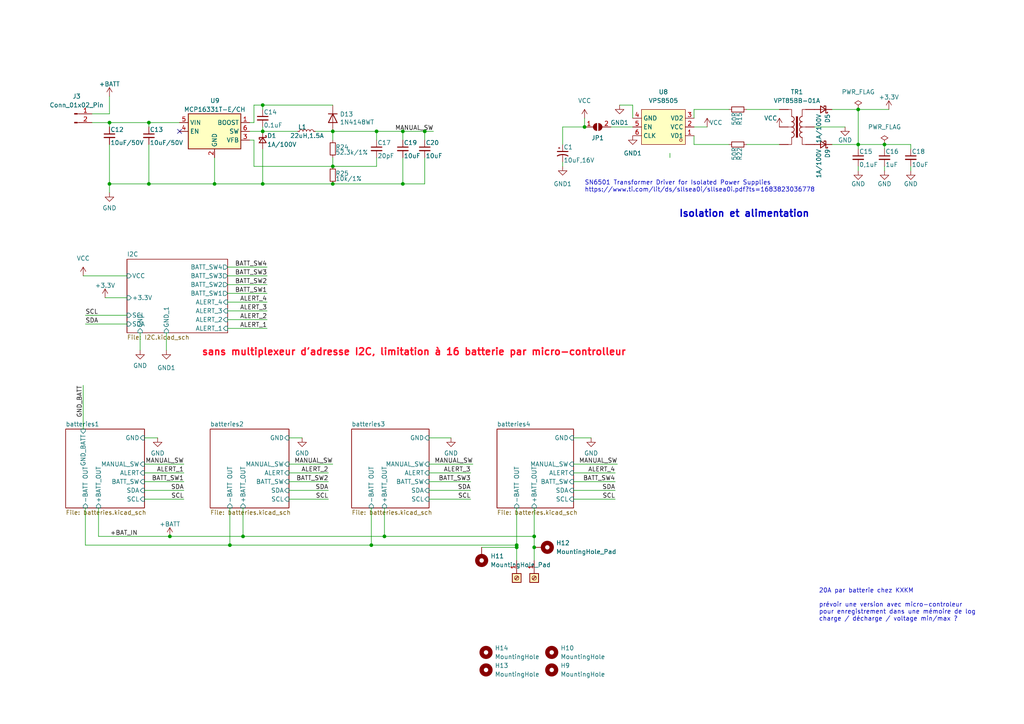
<source format=kicad_sch>
(kicad_sch (version 20231120) (generator "eeschema") (generator_version "8.0")
  (paper "A4")
  (lib_symbols
    (symbol "Connector:Conn_01x02_Pin" (pin_names (offset 1.016) hide)
      (property "Reference" "J" (at 0 2.54 0))
      (property "Value" "Conn_01x02_Pin" (at 0 -5.08 0))
      (symbol "Conn_01x02_Pin_1_1"
        (polyline (pts (xy 1.27 -2.54) (xy 0.8636 -2.54)) (stroke (width 0.1524)))
        (polyline (pts (xy 1.27 0) (xy 0.8636 0)) (stroke (width 0.1524)))
        (rectangle (start 0.8636 -2.413) (end 0 -2.667) (stroke (width 0.1524)) (fill (type outline)))
        (rectangle (start 0.8636 0.127) (end 0 -0.127) (stroke (width 0.1524)) (fill (type outline)))
        (pin passive line (at 5.08 0 180) (length 3.81) (name "Pin_1") (number "1"))
        (pin passive line (at 5.08 -2.54 180) (length 3.81) (name "Pin_2") (number "2"))
      )
    )
    (symbol "Connector:Screw_Terminal_01x01" (pin_names (offset 1.016) hide)
      (property "Reference" "J" (at 0 2.54 0))
      (property "Value" "Screw_Terminal_01x01" (at 0 -2.54 0))
      (symbol "Screw_Terminal_01x01_1_1"
        (rectangle (start -1.27 1.27) (end 1.27 -1.27) (stroke (width 0.254)) (fill (type background)))
        (polyline (pts (xy -0.5334 0.3302) (xy 0.3302 -0.508)) (stroke (width 0.1524)))
        (polyline (pts (xy -0.3556 0.508) (xy 0.508 -0.3302)) (stroke (width 0.1524)))
        (circle (center 0 0) (radius 0.635) (stroke (width 0.1524)))
        (pin passive line (at -5.08 0 0) (length 3.81) (name "Pin_1") (number "1"))
      )
    )
    (symbol "Device:C_Small" (pin_numbers hide) (pin_names (offset 0.254) hide)
      (property "Reference" "C" (at 0.254 1.778 0))
      (property "Value" "C_Small" (at 0.254 -2.032 0))
      (symbol "C_Small_0_1"
        (polyline (pts (xy -1.524 -0.508) (xy 1.524 -0.508)) (stroke (width 0.3302)))
        (polyline (pts (xy -1.524 0.508) (xy 1.524 0.508)) (stroke (width 0.3048)))
      )
      (symbol "C_Small_1_1"
        (pin passive line (at 0 2.54 270) (length 2.032) (name "~") (number "1"))
        (pin passive line (at 0 -2.54 90) (length 2.032) (name "~") (number "2"))
      )
    )
    (symbol "Device:D_Schottky_Small" (pin_numbers hide) (pin_names (offset 0.254) hide)
      (property "Reference" "D" (at -1.27 2.032 0))
      (property "Value" "Device_D_Schottky_Small" (at -7.112 -2.032 0))
      (symbol "D_Schottky_Small_0_1"
        (polyline (pts (xy -0.762 0) (xy 0.762 0)))
        (polyline (pts (xy 0.762 -1.016) (xy -0.762 0) (xy 0.762 1.016) (xy 0.762 -1.016)) (stroke (width 0.254)))
        (polyline (pts (xy -1.27 0.762) (xy -1.27 1.016) (xy -0.762 1.016) (xy -0.762 -1.016) (xy -0.254 -1.016) (xy -0.254 -0.762)) (stroke (width 0.254)))
      )
      (symbol "D_Schottky_Small_1_1"
        (pin passive line (at -2.54 0 0) (length 1.778) (name "K") (number "1"))
        (pin passive line (at 2.54 0 180) (length 1.778) (name "A") (number "2"))
      )
    )
    (symbol "Device:L_Small" (pin_numbers hide) (pin_names (offset 0.254) hide)
      (property "Reference" "L" (at 0.762 1.016 0))
      (property "Value" "Device_L_Small" (at 0.762 -1.016 0))
      (symbol "L_Small_0_1"
        (arc (start 0 -2.032) (mid 0.5058 -1.524) (end 0 -1.016))
        (arc (start 0 -1.016) (mid 0.5058 -0.508) (end 0 0))
        (arc (start 0 0) (mid 0.5058 0.508) (end 0 1.016))
        (arc (start 0 1.016) (mid 0.5058 1.524) (end 0 2.032))
      )
      (symbol "L_Small_1_1"
        (pin passive line (at 0 2.54 270) (length 0.508) (name "~") (number "1"))
        (pin passive line (at 0 -2.54 90) (length 0.508) (name "~") (number "2"))
      )
    )
    (symbol "Device:R_Small" (pin_numbers hide) (pin_names (offset 0.254) hide)
      (property "Reference" "R" (at 0.762 0.508 0))
      (property "Value" "R_Small" (at 0.762 -1.016 0))
      (symbol "R_Small_0_1"
        (rectangle (start -0.762 1.778) (end 0.762 -1.778) (stroke (width 0.2032)))
      )
      (symbol "R_Small_1_1"
        (pin passive line (at 0 2.54 270) (length 0.762) (name "~") (number "1"))
        (pin passive line (at 0 -2.54 90) (length 0.762) (name "~") (number "2"))
      )
    )
    (symbol "Diode:1N4148WT" (pin_numbers hide) (pin_names (offset 1.016) hide)
      (property "Reference" "D" (at 0 2.54 0))
      (property "Value" "Diode_1N4148WT" (at 0 -2.54 0))
      (symbol "1N4148WT_0_1"
        (polyline (pts (xy -1.27 1.27) (xy -1.27 -1.27)) (stroke (width 0.254)))
        (polyline (pts (xy 1.27 0) (xy -1.27 0)))
        (polyline (pts (xy 1.27 1.27) (xy 1.27 -1.27) (xy -1.27 0) (xy 1.27 1.27)) (stroke (width 0.254)))
      )
      (symbol "1N4148WT_1_1"
        (pin passive line (at -3.81 0 0) (length 2.54) (name "K") (number "1"))
        (pin passive line (at 3.81 0 180) (length 2.54) (name "A") (number "2"))
      )
    )
    (symbol "Jumper:SolderJumper_2_Open" (pin_names (offset 0) hide)
      (property "Reference" "JP" (at 0 2.032 0))
      (property "Value" "SolderJumper_2_Open" (at 0 -2.54 0))
      (symbol "SolderJumper_2_Open_0_1"
        (arc (start -0.254 1.016) (mid -1.2656 0) (end -0.254 -1.016))
        (arc (start -0.254 1.016) (mid -1.2656 0) (end -0.254 -1.016) (fill (type outline)))
        (polyline (pts (xy -0.254 1.016) (xy -0.254 -1.016)))
        (polyline (pts (xy 0.254 1.016) (xy 0.254 -1.016)))
        (arc (start 0.254 -1.016) (mid 1.2656 0) (end 0.254 1.016))
        (arc (start 0.254 -1.016) (mid 1.2656 0) (end 0.254 1.016) (fill (type outline)))
      )
      (symbol "SolderJumper_2_Open_1_1"
        (pin passive line (at -3.81 0 0) (length 2.54) (name "A") (number "1"))
        (pin passive line (at 3.81 0 180) (length 2.54) (name "B") (number "2"))
      )
    )
    (symbol "KXKM_ESP32_battery_management_board-rescue:CP1_Small-Device" (pin_numbers hide) (pin_names (offset 0.254) hide)
      (property "Reference" "C" (at 0.254 1.778 0))
      (property "Value" "CP1_Small-Device" (at 0.254 -2.032 0))
      (symbol "CP1_Small-Device_0_1"
        (polyline (pts (xy -1.524 0.508) (xy 1.524 0.508)) (stroke (width 0.3048)))
        (polyline (pts (xy -1.27 1.524) (xy -0.762 1.524)))
        (polyline (pts (xy -1.016 1.27) (xy -1.016 1.778)))
        (arc (start 1.524 -0.762) (mid 0 -0.3734) (end -1.524 -0.762) (stroke (width 0.3048)))
      )
      (symbol "CP1_Small-Device_1_1"
        (pin passive line (at 0 2.54 270) (length 2.032) (name "~") (number "1"))
        (pin passive line (at 0 -2.54 90) (length 2.032) (name "~") (number "2"))
      )
    )
    (symbol "Mechanical:MountingHole" (pin_names (offset 1.016)) (exclude_from_sim yes) (in_bom no)
      (property "Reference" "H" (at 0 5.08 0))
      (property "Value" "MountingHole" (at 0 3.175 0))
      (symbol "MountingHole_0_1"
        (circle (center 0 0) (radius 1.27) (stroke (width 1.27)))
      )
    )
    (symbol "Mechanical:MountingHole_Pad" (pin_numbers hide) (pin_names (offset 1.016) hide) (exclude_from_sim yes) (in_bom no)
      (property "Reference" "H" (at 0 6.35 0))
      (property "Value" "MountingHole_Pad" (at 0 4.445 0))
      (symbol "MountingHole_Pad_0_1"
        (circle (center 0 1.27) (radius 1.27) (stroke (width 1.27)))
      )
      (symbol "MountingHole_Pad_1_1"
        (pin input line (at 0 -2.54 90) (length 2.54) (name "1") (number "1"))
      )
    )
    (symbol "Regulator_Switching:MCP16331CH"
      (property "Reference" "U" (at -7.874 6.35 0))
      (property "Value" "Regulator_Switching_MCP16331CH" (at -2.54 6.35 0))
      (symbol "MCP16331CH_0_1"
        (rectangle (start -7.62 5.08) (end 7.62 -5.08) (stroke (width 0.254)) (fill (type background)))
      )
      (symbol "MCP16331CH_1_1"
        (pin input line (at 10.16 2.54 180) (length 2.54) (name "BOOST") (number "1"))
        (pin power_in line (at 0 -7.62 90) (length 2.54) (name "GND") (number "2"))
        (pin input line (at 10.16 -2.54 180) (length 2.54) (name "VFB") (number "3"))
        (pin input line (at -10.16 0 0) (length 2.54) (name "EN") (number "4"))
        (pin power_in line (at -10.16 2.54 0) (length 2.54) (name "VIN") (number "5"))
        (pin output line (at 10.16 0 180) (length 2.54) (name "SW") (number "6"))
      )
    )
    (symbol "Transformer:TRANSF5" (pin_numbers hide) (pin_names (offset 0))
      (property "Reference" "TR" (at 0 6.35 0))
      (property "Value" "TRANSF5" (at 0 -6.35 0))
      (symbol "TRANSF5_0_1"
        (arc (start -1.524 -3.048) (mid -0.7653 -2.286) (end -1.524 -1.524) (stroke (width 0.2032)))
        (arc (start -1.524 -1.524) (mid -0.7653 -0.762) (end -1.524 0) (stroke (width 0.2032)))
        (arc (start -1.524 0) (mid -0.7653 0.762) (end -1.524 1.524) (stroke (width 0.2032)))
        (arc (start -1.524 1.524) (mid -0.7653 2.286) (end -1.524 3.048) (stroke (width 0.2032)))
        (rectangle (start -0.254 3.048) (end 0.254 -3.048) (stroke (width 0.0254)) (fill (type outline)))
        (polyline (pts (xy -1.524 0) (xy -2.54 0) (xy -2.54 0)) (fill (type outline)))
        (polyline (pts (xy 1.524 0) (xy 2.54 0) (xy 2.54 0)) (fill (type outline)))
        (polyline (pts (xy -2.54 5.08) (xy -1.524 5.08) (xy -1.524 3.048) (xy -1.524 3.048)) (stroke (width 0.1524)))
        (polyline (pts (xy -1.524 -3.048) (xy -1.524 -5.08) (xy -2.54 -5.08) (xy -2.54 -5.08)) (stroke (width 0.1524)))
        (polyline (pts (xy 1.524 3.048) (xy 1.524 5.08) (xy 2.54 5.08) (xy 2.54 5.08)) (stroke (width 0.1524)))
        (polyline (pts (xy 2.54 -5.08) (xy 1.524 -5.08) (xy 1.524 -3.048) (xy 1.524 -3.048)) (stroke (width 0.1524)))
        (arc (start 1.524 -1.524) (mid 0.7653 -2.286) (end 1.524 -3.048) (stroke (width 0.2032)))
        (arc (start 1.524 0) (mid 0.7653 -0.762) (end 1.524 -1.524) (stroke (width 0.2032)))
        (arc (start 1.524 1.524) (mid 0.7653 0.762) (end 1.524 0) (stroke (width 0.2032)))
        (arc (start 1.524 3.048) (mid 0.7653 2.286) (end 1.524 1.524) (stroke (width 0.2032)))
      )
      (symbol "TRANSF5_1_1"
        (pin passive line (at -5.08 5.08 0) (length 2.54) (name "~") (number "1"))
        (pin passive line (at -5.08 0 0) (length 2.54) (name "~") (number "2"))
        (pin passive line (at -5.08 -5.08 0) (length 2.54) (name "~") (number "3"))
        (pin passive line (at 5.08 -5.08 180) (length 2.54) (name "~") (number "4"))
        (pin passive line (at 5.08 0 180) (length 2.54) (name "~") (number "5"))
        (pin passive line (at 5.08 5.08 180) (length 2.54) (name "~") (number "6"))
      )
    )
    (symbol "easyeda2kicad:VPS8505"
      (property "Reference" "U" (at 0 7.62 0))
      (property "Value" "VPS8505" (at 0 -7.62 0))
      (symbol "VPS8505_0_1"
        (rectangle (start -6.35 5.08) (end 6.35 -5.08) (fill (type background)))
        (circle (center -5.08 3.81) (radius 0.38))
        (pin unspecified line (at -8.89 2.54 0) (length 2.54) (name "VD1") (number "1"))
        (pin unspecified line (at -8.89 0 0) (length 2.54) (name "VCC") (number "2"))
        (pin unspecified line (at -8.89 -2.54 0) (length 2.54) (name "VD2") (number "3"))
        (pin unspecified line (at 8.89 -2.54 180) (length 2.54) (name "GND") (number "4"))
        (pin unspecified line (at 8.89 0 180) (length 2.54) (name "EN") (number "5"))
        (pin unspecified line (at 8.89 2.54 180) (length 2.54) (name "CLK") (number "6"))
      )
    )
    (symbol "power:+3.3V" (power) (pin_names (offset 0))
      (property "Value" "+3.3V" (at 0 3.556 0))
      (symbol "+3.3V_0_1"
        (polyline (pts (xy -0.762 1.27) (xy 0 2.54)))
        (polyline (pts (xy 0 0) (xy 0 2.54)))
        (polyline (pts (xy 0 2.54) (xy 0.762 1.27)))
      )
      (symbol "+3.3V_1_1"
        (pin power_in line (at 0 0 90) (length 0) hide (name "+3.3V") (number "1"))
      )
    )
    (symbol "power:+BATT" (power) (pin_names (offset 0))
      (property "Value" "power_+BATT" (at 0 3.556 0))
      (symbol "+BATT_0_1"
        (polyline (pts (xy -0.762 1.27) (xy 0 2.54)))
        (polyline (pts (xy 0 0) (xy 0 2.54)))
        (polyline (pts (xy 0 2.54) (xy 0.762 1.27)))
      )
      (symbol "+BATT_1_1"
        (pin power_in line (at 0 0 90) (length 0) hide (name "+BATT") (number "1"))
      )
    )
    (symbol "power:GND" (power) (pin_names (offset 0))
      (property "Value" "GND" (at 0 -3.81 0))
      (symbol "GND_0_1"
        (polyline (pts (xy 0 0) (xy 0 -1.27) (xy 1.27 -1.27) (xy 0 -2.54) (xy -1.27 -1.27) (xy 0 -1.27)))
      )
      (symbol "GND_1_1"
        (pin power_in line (at 0 0 270) (length 0) hide (name "GND") (number "1"))
      )
    )
    (symbol "power:GND1" (power) (pin_names (offset 0))
      (property "Value" "GND1" (at 0 -3.81 0))
      (symbol "GND1_0_1"
        (polyline (pts (xy 0 0) (xy 0 -1.27) (xy 1.27 -1.27) (xy 0 -2.54) (xy -1.27 -1.27) (xy 0 -1.27)))
      )
      (symbol "GND1_1_1"
        (pin power_in line (at 0 0 270) (length 0) hide (name "GND1") (number "1"))
      )
    )
    (symbol "power:PWR_FLAG" (power) (pin_numbers hide) (pin_names (offset 0) hide)
      (property "Value" "PWR_FLAG" (at 0 3.81 0))
      (symbol "PWR_FLAG_0_0"
        (pin power_out line (at 0 0 90) (length 0) (name "~") (number "1"))
      )
      (symbol "PWR_FLAG_0_1"
        (polyline (pts (xy 0 0) (xy 0 1.27) (xy -1.016 1.905) (xy 0 2.54) (xy 1.016 1.905) (xy 0 1.27)))
      )
    )
    (symbol "power:VCC" (power) (pin_names (offset 0))
      (property "Value" "VCC" (at 0 3.81 0))
      (symbol "VCC_0_1"
        (polyline (pts (xy -0.762 1.27) (xy 0 2.54)))
        (polyline (pts (xy 0 0) (xy 0 2.54)))
        (polyline (pts (xy 0 2.54) (xy 0.762 1.27)))
      )
      (symbol "VCC_1_1"
        (pin power_in line (at 0 0 90) (length 0) hide (name "VCC") (number "1"))
      )
    )
  )
  (junction (at 107.696 158.115))
  (junction (at 62.23 53.34))
  (junction (at 66.675 158.115))
  (junction (at 111.506 155.575))
  (junction (at 96.52 38.1))
  (junction (at 31.75 35.56))
  (junction (at 149.86 158.115))
  (junction (at 116.84 53.34))
  (junction (at 116.84 38.1))
  (junction (at 256.54 41.91))
  (junction (at 96.52 53.34))
  (junction (at 43.18 53.34))
  (junction (at 76.2 53.34))
  (junction (at 76.2 38.1))
  (junction (at 49.2676 155.575))
  (junction (at 70.485 155.575))
  (junction (at 248.92 31.75))
  (junction (at 248.92 41.91))
  (junction (at 109.22 38.1))
  (junction (at 169.545 36.83))
  (junction (at 154.94 155.575))
  (junction (at 123.19 38.1))
  (junction (at 76.2 30.48))
  (junction (at 149.86 158.75))
  (junction (at 31.75 53.34))
  (junction (at 154.94 158.75))
  (junction (at 96.52 48.26))
  (junction (at 43.18 35.56))
  (no_connect (at 52.07 38.1))
  (wire (pts (xy 24.765 158.115) (xy 66.675 158.115)))
  (wire (pts (xy 111.506 155.575) (xy 154.94 155.575)))
  (wire (pts (xy 77.47 90.17) (xy 66.04 90.17)))
  (wire (pts (xy 83.82 139.7) (xy 95.25 139.7)))
  (wire (pts (xy 24.765 147.32) (xy 24.765 158.115)))
  (wire (pts (xy 166.37 127) (xy 171.45 127)))
  (wire (pts (xy 96.52 48.26) (xy 109.22 48.26)))
  (wire (pts (xy 73.66 30.48) (xy 76.2 30.48)))
  (wire (pts (xy 41.91 144.78) (xy 53.34 144.78)))
  (wire (pts (xy 124.46 127) (xy 130.81 127)))
  (wire (pts (xy 116.84 38.1) (xy 116.84 40.64)))
  (wire (pts (xy 83.82 127) (xy 87.63 127)))
  (wire (pts (xy 48.26 101.6) (xy 48.26 96.52)))
  (wire (pts (xy 26.67 33.02) (xy 31.75 33.02)))
  (wire (pts (xy 124.46 139.7) (xy 136.525 139.7)))
  (wire (pts (xy 62.23 45.72) (xy 62.23 53.34)))
  (wire (pts (xy 245.11 36.83) (xy 236.22 36.83)))
  (wire (pts (xy 123.19 38.1) (xy 125.73 38.1)))
  (wire (pts (xy 124.46 137.16) (xy 136.525 137.16)))
  (wire (pts (xy 166.37 144.78) (xy 178.435 144.78)))
  (wire (pts (xy 211.455 31.75) (xy 201.295 31.75)))
  (wire (pts (xy 28.575 155.575) (xy 49.2676 155.575)))
  (wire (pts (xy 83.82 144.78) (xy 95.25 144.78)))
  (wire (pts (xy 30.48 86.36) (xy 36.83 86.36)))
  (wire (pts (xy 91.44 38.1) (xy 96.52 38.1)))
  (wire (pts (xy 72.39 35.56) (xy 73.66 35.56)))
  (wire (pts (xy 76.2 38.1) (xy 86.36 38.1)))
  (wire (pts (xy 31.75 35.56) (xy 31.75 36.83)))
  (wire (pts (xy 137.16 134.62) (xy 124.46 134.62)))
  (wire (pts (xy 139.7 158.75) (xy 149.86 158.75)))
  (wire (pts (xy 41.91 137.16) (xy 53.34 137.16)))
  (wire (pts (xy 248.92 48.26) (xy 248.92 49.53)))
  (wire (pts (xy 43.18 35.56) (xy 52.07 35.56)))
  (wire (pts (xy 73.66 35.56) (xy 73.66 30.48)))
  (wire (pts (xy 154.94 155.575) (xy 154.94 158.75)))
  (wire (pts (xy 83.82 137.16) (xy 95.25 137.16)))
  (wire (pts (xy 123.19 38.1) (xy 123.19 40.64)))
  (wire (pts (xy 264.16 41.91) (xy 256.54 41.91)))
  (wire (pts (xy 70.485 147.32) (xy 70.485 155.575)))
  (wire (pts (xy 77.47 87.63) (xy 66.04 87.63)))
  (wire (pts (xy 77.47 77.47) (xy 66.04 77.47)))
  (wire (pts (xy 43.18 41.91) (xy 43.18 53.34)))
  (wire (pts (xy 26.67 35.56) (xy 31.75 35.56)))
  (wire (pts (xy 31.75 55.88) (xy 31.75 53.34)))
  (wire (pts (xy 77.47 92.71) (xy 66.04 92.71)))
  (wire (pts (xy 36.83 91.44) (xy 24.765 91.44)))
  (wire (pts (xy 149.86 158.75) (xy 149.86 162.56)))
  (wire (pts (xy 116.84 45.72) (xy 116.84 53.34)))
  (wire (pts (xy 73.66 40.64) (xy 73.66 48.26)))
  (wire (pts (xy 24.13 111.76) (xy 24.13 124.46)))
  (wire (pts (xy 264.16 48.26) (xy 264.16 49.53)))
  (wire (pts (xy 124.46 142.24) (xy 136.525 142.24)))
  (wire (pts (xy 107.696 147.32) (xy 107.696 158.115)))
  (wire (pts (xy 179.07 134.62) (xy 166.37 134.62)))
  (wire (pts (xy 109.22 38.1) (xy 116.84 38.1)))
  (wire (pts (xy 123.19 45.72) (xy 123.19 53.34)))
  (wire (pts (xy 83.82 142.24) (xy 95.25 142.24)))
  (wire (pts (xy 109.22 38.1) (xy 109.22 40.64)))
  (wire (pts (xy 76.2 43.18) (xy 76.2 53.34)))
  (wire (pts (xy 72.39 38.1) (xy 76.2 38.1)))
  (wire (pts (xy 183.515 30.48) (xy 183.515 34.29)))
  (wire (pts (xy 43.18 53.34) (xy 31.75 53.34)))
  (wire (pts (xy 166.37 137.16) (xy 178.435 137.16)))
  (wire (pts (xy 31.75 41.91) (xy 31.75 53.34)))
  (wire (pts (xy 72.39 40.64) (xy 73.66 40.64)))
  (wire (pts (xy 76.2 30.48) (xy 96.52 30.48)))
  (wire (pts (xy 41.91 142.24) (xy 53.34 142.24)))
  (wire (pts (xy 76.2 53.34) (xy 62.23 53.34)))
  (wire (pts (xy 256.54 48.26) (xy 256.54 49.53)))
  (wire (pts (xy 66.675 147.32) (xy 66.675 158.115)))
  (wire (pts (xy 256.54 41.91) (xy 248.92 41.91)))
  (wire (pts (xy 41.91 139.7) (xy 53.34 139.7)))
  (wire (pts (xy 201.295 31.75) (xy 201.295 34.29)))
  (wire (pts (xy 77.47 82.55) (xy 66.04 82.55)))
  (wire (pts (xy 111.506 147.32) (xy 111.506 155.575)))
  (wire (pts (xy 73.66 48.26) (xy 96.52 48.26)))
  (wire (pts (xy 149.86 147.32) (xy 149.86 158.115)))
  (wire (pts (xy 36.83 93.98) (xy 24.765 93.98)))
  (wire (pts (xy 166.37 139.7) (xy 178.435 139.7)))
  (wire (pts (xy 248.92 43.18) (xy 248.92 41.91)))
  (wire (pts (xy 28.575 147.32) (xy 28.575 155.575)))
  (wire (pts (xy 201.295 39.37) (xy 201.295 41.91)))
  (wire (pts (xy 248.92 41.91) (xy 241.3 41.91)))
  (wire (pts (xy 66.675 158.115) (xy 107.696 158.115)))
  (wire (pts (xy 149.86 158.115) (xy 149.86 158.75)))
  (wire (pts (xy 41.91 127) (xy 45.72 127)))
  (wire (pts (xy 96.52 45.72) (xy 96.52 48.26)))
  (wire (pts (xy 111.506 155.575) (xy 70.485 155.575)))
  (wire (pts (xy 77.47 80.01) (xy 66.04 80.01)))
  (wire (pts (xy 177.165 36.83) (xy 183.515 36.83)))
  (wire (pts (xy 124.46 144.78) (xy 136.525 144.78)))
  (wire (pts (xy 201.295 41.91) (xy 211.455 41.91)))
  (wire (pts (xy 194.31 45.72) (xy 194.31 44.45)))
  (wire (pts (xy 116.84 38.1) (xy 123.19 38.1)))
  (wire (pts (xy 248.92 31.75) (xy 241.3 31.75)))
  (wire (pts (xy 77.47 85.09) (xy 66.04 85.09)))
  (wire (pts (xy 179.705 30.48) (xy 183.515 30.48)))
  (wire (pts (xy 31.75 33.02) (xy 31.75 27.94)))
  (wire (pts (xy 107.696 158.115) (xy 149.86 158.115)))
  (wire (pts (xy 226.06 31.75) (xy 216.535 31.75)))
  (wire (pts (xy 43.18 35.56) (xy 43.18 36.83)))
  (wire (pts (xy 96.52 38.1) (xy 96.52 40.64)))
  (wire (pts (xy 31.75 35.56) (xy 43.18 35.56)))
  (wire (pts (xy 40.64 101.6) (xy 40.64 96.52)))
  (wire (pts (xy 96.52 53.34) (xy 116.84 53.34)))
  (wire (pts (xy 96.52 38.1) (xy 109.22 38.1)))
  (wire (pts (xy 154.94 147.32) (xy 154.94 155.575)))
  (wire (pts (xy 96.52 53.34) (xy 76.2 53.34)))
  (wire (pts (xy 76.2 30.48) (xy 76.2 31.75)))
  (wire (pts (xy 96.52 134.62) (xy 83.82 134.62)))
  (wire (pts (xy 163.195 36.83) (xy 169.545 36.83)))
  (wire (pts (xy 116.84 53.34) (xy 123.19 53.34)))
  (wire (pts (xy 264.16 43.18) (xy 264.16 41.91)))
  (wire (pts (xy 109.22 48.26) (xy 109.22 45.72)))
  (wire (pts (xy 166.37 142.24) (xy 178.435 142.24)))
  (wire (pts (xy 77.47 95.25) (xy 66.04 95.25)))
  (wire (pts (xy 49.2676 155.575) (xy 70.485 155.575)))
  (wire (pts (xy 248.92 31.75) (xy 257.81 31.75)))
  (wire (pts (xy 163.195 46.99) (xy 163.195 48.26)))
  (wire (pts (xy 43.18 53.34) (xy 62.23 53.34)))
  (wire (pts (xy 201.295 36.83) (xy 205.105 36.83)))
  (wire (pts (xy 24.13 80.01) (xy 36.83 80.01)))
  (wire (pts (xy 163.195 36.83) (xy 163.195 41.91)))
  (wire (pts (xy 76.2 38.1) (xy 76.2 36.83)))
  (wire (pts (xy 248.92 31.75) (xy 248.92 41.91)))
  (wire (pts (xy 154.94 158.75) (xy 154.94 162.56)))
  (wire (pts (xy 169.545 34.29) (xy 169.545 36.83)))
  (wire (pts (xy 226.06 41.91) (xy 216.535 41.91)))
  (wire (pts (xy 256.54 43.18) (xy 256.54 41.91)))
  (wire (pts (xy 53.34 134.62) (xy 41.91 134.62)))
  (text "20A par batterie chez KXKM\n\nprévoir une version avec micro-controleur\npour enregistrement dans une mémoire de log\ncharge / décharge / voltage min/max ?" (at 237.49 180.34 0) (effects (font (size 1.27 1.27)) (justify left bottom)))
  (text "sans multiplexeur d'adresse I2C, limitation à 16 batterie par micro-controlleur" (at 58.42 103.378 0) (effects (font (size 2 2) (thickness 0.4) (bold yes)) (justify left bottom)))
  (text "SN6501 Transformer Driver for Isolated Power Supplies\nhttps://www.ti.com/lit/ds/sllsea0i/sllsea0i.pdf?ts=1683823036778" (at 169.545 55.88 0) (effects (font (size 1.27 1.27)) (justify left bottom)))
  (text "Isolation et alimentation" (at 196.85 63.246 0) (effects (font (size 2 2) (thickness 0.4) (bold yes)) (justify left bottom)))
  (label "MANUAL_SW" (at 137.16 134.62 180))
  (label "ALERT_3" (at 136.525 137.16 180))
  (label "SDA" (at 53.34 142.24 180))
  (label "SDA" (at 136.525 142.24 180))
  (label "BATT_SW1" (at 53.34 139.7 180))
  (label "ALERT_2" (at 77.47 92.71 180))
  (label "ALERT_4" (at 178.435 137.16 180))
  (label "BATT_SW3" (at 77.47 80.01 180))
  (label "BATT_SW4" (at 178.435 139.7 180))
  (label "ALERT_4" (at 77.47 87.63 180))
  (label "ALERT_1" (at 77.47 95.25 180))
  (label "ALERT_1" (at 53.34 137.16 180))
  (label "BATT_SW3" (at 136.525 139.7 180))
  (label "SCL" (at 178.435 144.78 180))
  (label "SCL" (at 136.525 144.78 180))
  (label "ALERT_3" (at 77.47 90.17 180))
  (label "MANUAL_SW" (at 179.07 134.62 180))
  (label "BATT_SW2" (at 77.47 82.55 180))
  (label "SDA" (at 178.435 142.24 180))
  (label "SCL" (at 24.765 91.44 0))
  (label "MANUAL_SW" (at 53.34 134.62 180))
  (label "+BAT_IN" (at 31.9214 155.575 0))
  (label "SDA" (at 95.25 142.24 180))
  (label "BATT_SW4" (at 77.47 77.47 180))
  (label "BATT_SW2" (at 95.25 139.7 180))
  (label "SDA" (at 24.765 93.98 0))
  (label "MANUAL_SW" (at 125.73 38.1 180))
  (label "GND_BATT" (at 24.13 111.76 270))
  (label "MANUAL_SW" (at 96.52 134.62 180))
  (label "ALERT_2" (at 95.25 137.16 180))
  (label "SCL" (at 95.25 144.78 180))
  (label "SCL" (at 53.34 144.78 180))
  (label "BATT_SW1" (at 77.47 85.09 180))
  (symbol (lib_id "power:GND") (at 256.54 49.53 0) (unit 1)
    (property "Reference" "#PWR043" (effects (hide yes)))
    (property "Value" "GND" (at 256.54 53.34 0))
  )
  (symbol (lib_id "Device:C_Small") (at 31.75 39.37 0) (unit 1)
    (property "Reference" "C12" (at 32.004 37.592 0) (effects (justify left)))
    (property "Value" "10uF/50V" (at 32.004 41.402 0) (effects (justify left)))
    (property "Footprint" "Capacitor_SMD:C_1206_3216Metric" (effects (hide yes)))
    (property "LCSC" "C13585" (effects (hide yes)))
  )
  (symbol (lib_id "Regulator_Switching:MCP16331CH") (at 62.23 38.1 0) (unit 1)
    (property "Reference" "U9" (at 60.96 29.21 0) (effects (justify left)))
    (property "Value" "MCP16331T-E/CH" (at 53.34 31.75 0) (effects (justify left)))
    (property "Footprint" "Package_TO_SOT_SMD:SOT-23-6" (effects (hide yes)))
    (property "LCSC" "C105695" (effects (hide yes)))
  )
  (symbol (lib_id "Device:C_Small") (at 43.18 39.37 0) (unit 1)
    (property "Reference" "C13" (at 43.434 37.592 0) (effects (justify left)))
    (property "Value" "10uF/50V" (at 43.434 41.402 0) (effects (justify left)))
    (property "Footprint" "Capacitor_SMD:C_1206_3216Metric" (effects (hide yes)))
    (property "LCSC" "C13585" (effects (hide yes)))
  )
  (symbol (lib_id "Connector:Conn_01x02_Pin") (at 21.59 33.02 0) (unit 1)
    (property "Reference" "J3" (at 22.225 27.94 0))
    (property "Value" "Conn_01x02_Pin" (at 22.225 30.48 0))
    (property "Footprint" "Connector_PinHeader_2.54mm:PinHeader_1x02_P2.54mm_Vertical" (effects (hide yes)))
    (property "Description" "Generic connector, single row, 01x02, script generated" (effects (hide yes)))
  )
  (symbol (lib_id "power:GND") (at 130.81 127 0) (mirror y) (unit 1)
    (property "Reference" "#PWR026" (effects (hide yes)))
    (property "Value" "GND" (at 130.81 131.445 0))
  )
  (symbol (lib_id "Device:C_Small") (at 76.2 34.29 0) (unit 1)
    (property "Reference" "C14" (at 76.454 32.512 0) (effects (justify left)))
    (property "Value" "0.1uF" (at 76.454 36.322 0) (effects (justify left)))
    (property "Footprint" "Capacitor_SMD:C_0603_1608Metric" (effects (hide yes)))
    (property "LCSC" "C14663" (effects (hide yes)))
  )
  (symbol (lib_id "Device:L_Small") (at 88.9 38.1 90) (unit 1)
    (property "Reference" "L1" (at 88.9 36.83 90) (effects (justify left)))
    (property "Value" "22uH,1.5A" (at 93.98 39.37 90) (effects (justify left)))
    (property "Footprint" "Inductor_SMD:L_Taiyo-Yuden_NR-50xx" (effects (hide yes)))
  )
  (symbol (lib_id "easyeda2kicad:VPS8505") (at 192.405 36.83 180) (unit 1)
    (property "Reference" "U8" (at 192.405 26.67 0))
    (property "Value" "VPS8505" (at 192.405 29.21 0))
    (property "Footprint" "easyeda2kicad:SOT-23-6_L2.9-W1.6-P0.95-LS2.8-BR" (effects (hide yes)))
    (property "LCSC Part" "C2986360" (effects (hide yes)))
  )
  (symbol (lib_id "power:+3.3V") (at 257.81 31.75 0) (unit 1)
    (property "Reference" "#PWR051" (effects (hide yes)))
    (property "Value" "+3.3V" (at 257.81 28.194 0))
  )
  (symbol (lib_id "Connector:Screw_Terminal_01x01") (at 154.94 167.64 270) (unit 1)
    (property "Reference" "J11" (effects (hide yes)))
    (property "Value" "Screw_Terminal_01x01" (effects (hide yes)))
    (property "Footprint" "easyeda2kicad:TH-8_L20.0-W16.0-P5.60_AMT0860001TA0000G" (effects (hide yes)))
    (property "Description" "Generic screw terminal, single row, 01x01, script generated (kicad-library-utils/schlib/autogen/connector/)" (effects (hide yes)))
  )
  (symbol (lib_id "Device:R_Small") (at 96.52 43.18 0) (unit 1)
    (property "Reference" "R24" (at 97.282 42.672 0) (effects (justify left)))
    (property "Value" "52.3k/1%" (at 97.282 44.196 0) (effects (justify left)))
    (property "Footprint" "Resistor_SMD:R_0603_1608Metric" (effects (hide yes)))
  )
  (symbol (lib_id "Diode:1N4148WT") (at 96.52 34.29 270) (unit 1)
    (property "Reference" "D13" (at 98.552 33.1216 90) (effects (justify left)))
    (property "Value" "1N4148WT" (at 98.552 35.433 90) (effects (justify left)))
    (property "Footprint" "Diode_SMD:D_SOD-523" (effects (hide yes)))
    (property "Datasheet" "https://www.diodes.com/assets/Datasheets/ds30396.pdf" (effects (hide yes)))
    (property "LCSC" "C68948" (effects (hide yes)))
  )
  (symbol (lib_id "power:GND1") (at 179.705 30.48 0) (unit 1)
    (property "Reference" "#PWR04" (effects (hide yes)))
    (property "Value" "GND1" (at 179.705 35.56 0))
  )
  (symbol (lib_id "Device:D_Schottky_Small") (at 76.2 40.64 270) (unit 1)
    (property "Reference" "D1" (at 77.47 39.37 90) (effects (justify left)))
    (property "Value" "1A/100V" (at 77.47 41.91 90) (effects (justify left)))
    (property "Footprint" "Diode_SMD:D_SMA" (effects (hide yes)))
    (property "LCSC" "C14996" (effects (hide yes)))
  )
  (symbol (lib_id "power:GND") (at 248.92 49.53 0) (unit 1)
    (property "Reference" "#PWR041" (effects (hide yes)))
    (property "Value" "GND" (at 248.92 53.34 0))
  )
  (symbol (lib_id "Mechanical:MountingHole") (at 140.97 189.23 0) (unit 1) (exclude_from_sim yes) (in_bom no)
    (property "Reference" "H14" (at 143.51 187.9599 0) (effects (justify left)))
    (property "Value" "MountingHole" (at 143.51 190.4999 0) (effects (justify left)))
    (property "Footprint" "MountingHole:MountingHole_3.2mm_M3_DIN965" (effects (hide yes)))
    (property "Description" "Mounting Hole without connection" (effects (hide yes)))
  )
  (symbol (lib_id "Device:R_Small") (at 213.995 41.91 270) (unit 1)
    (property "Reference" "R22" (at 214.503 42.672 0) (effects (justify left)))
    (property "Value" "50R" (at 212.979 42.672 0) (effects (justify left)))
    (property "Footprint" "Resistor_SMD:R_0603_1608Metric" (effects (hide yes)))
  )
  (symbol (lib_id "power:GND1") (at 48.26 101.6 0) (unit 1)
    (property "Reference" "#PWR082" (effects (hide yes)))
    (property "Value" "GND1" (at 48.26 106.68 0))
  )
  (symbol (lib_id "power:+3.3V") (at 30.48 86.36 0) (unit 1)
    (property "Reference" "#PWR083" (effects (hide yes)))
    (property "Value" "+3.3V" (at 30.48 82.804 0))
  )
  (symbol (lib_id "Device:C_Small") (at 248.92 45.72 0) (unit 1)
    (property "Reference" "C15" (at 249.174 43.942 0) (effects (justify left)))
    (property "Value" "0,1uF" (at 249.174 47.752 0) (effects (justify left)))
    (property "Footprint" "Capacitor_SMD:C_0805_2012Metric" (effects (hide yes)))
  )
  (symbol (lib_id "Connector:Screw_Terminal_01x01") (at 149.86 167.64 270) (unit 1)
    (property "Reference" "J12" (effects (hide yes)))
    (property "Value" "Screw_Terminal_01x01" (effects (hide yes)))
    (property "Footprint" "easyeda2kicad:TH-8_L20.0-W16.0-P5.60_AMT0860001TA0000G" (effects (hide yes)))
    (property "Description" "Generic screw terminal, single row, 01x01, script generated (kicad-library-utils/schlib/autogen/connector/)" (effects (hide yes)))
  )
  (symbol (lib_id "Device:C_Small") (at 109.22 43.18 0) (unit 1)
    (property "Reference" "C17" (at 109.474 41.402 0) (effects (justify left)))
    (property "Value" "20pF" (at 109.474 45.212 0) (effects (justify left)))
    (property "Footprint" "Capacitor_SMD:C_0603_1608Metric" (effects (hide yes)))
    (property "LCSC" "C1648" (effects (hide yes)))
  )
  (symbol (lib_id "power:VCC") (at 205.105 36.83 0) (unit 1)
    (property "Reference" "#PWR018" (effects (hide yes)))
    (property "Value" "VCC" (at 207.645 35.56 0))
  )
  (symbol (lib_id "Mechanical:MountingHole_Pad") (at 157.48 158.75 270) (unit 1) (exclude_from_sim yes) (in_bom no)
    (property "Reference" "H12" (at 161.29 157.4799 90) (effects (justify left)))
    (property "Value" "MountingHole_Pad" (at 161.29 160.0199 90) (effects (justify left)))
    (property "Footprint" "MountingHole:MountingHole_3.2mm_M3_Pad_Via" (effects (hide yes)))
    (property "Description" "Mounting Hole with connection" (effects (hide yes)))
  )
  (symbol (lib_id "Device:C_Small") (at 116.84 43.18 0) (unit 1)
    (property "Reference" "C19" (at 117.094 41.402 0) (effects (justify left)))
    (property "Value" "10uF" (at 117.094 45.212 0) (effects (justify left)))
    (property "Footprint" "Capacitor_SMD:C_0805_2012Metric" (effects (hide yes)))
  )
  (symbol (lib_id "power:GND") (at 31.75 55.88 0) (unit 1)
    (property "Reference" "#PWR092" (effects (hide yes)))
    (property "Value" "GND" (at 31.75 60.325 0))
  )
  (symbol (lib_id "Mechanical:MountingHole") (at 160.02 194.31 0) (unit 1) (exclude_from_sim yes) (in_bom no)
    (property "Reference" "H9" (at 162.56 193.0399 0) (effects (justify left)))
    (property "Value" "MountingHole" (at 162.56 195.5799 0) (effects (justify left)))
    (property "Footprint" "MountingHole:MountingHole_3.2mm_M3_DIN965" (effects (hide yes)))
    (property "Description" "Mounting Hole without connection" (effects (hide yes)))
  )
  (symbol (lib_id "power:VCC") (at 226.06 36.83 0) (unit 1)
    (property "Reference" "#PWR029" (effects (hide yes)))
    (property "Value" "VCC" (at 223.52 34.29 0))
  )
  (symbol (lib_id "Mechanical:MountingHole") (at 160.02 189.23 0) (unit 1) (exclude_from_sim yes) (in_bom no)
    (property "Reference" "H10" (at 162.56 187.9599 0) (effects (justify left)))
    (property "Value" "MountingHole" (at 162.56 190.4999 0) (effects (justify left)))
    (property "Footprint" "MountingHole:MountingHole_3.2mm_M3_DIN965" (effects (hide yes)))
    (property "Description" "Mounting Hole without connection" (effects (hide yes)))
  )
  (symbol (lib_id "power:GND") (at 40.64 101.6 0) (unit 1)
    (property "Reference" "#PWR081" (effects (hide yes)))
    (property "Value" "GND" (at 40.64 106.045 0))
  )
  (symbol (lib_id "power:PWR_FLAG") (at 256.54 41.91 0) (unit 1)
    (property "Reference" "#FLG02" (effects (hide yes)))
    (property "Value" "PWR_FLAG" (at 256.54 36.83 0))
    (property "Description" "Special symbol for telling ERC where power comes from" (effects (hide yes)))
  )
  (symbol (lib_id "power:VCC") (at 24.13 80.01 0) (unit 1)
    (property "Reference" "#PWR080" (effects (hide yes)))
    (property "Value" "VCC" (at 24.13 74.93 0))
  )
  (symbol (lib_id "Device:C_Small") (at 264.16 45.72 0) (unit 1)
    (property "Reference" "C18" (at 264.414 43.942 0) (effects (justify left)))
    (property "Value" "10uF" (at 264.414 47.752 0) (effects (justify left)))
    (property "Footprint" "Capacitor_SMD:C_0805_2012Metric" (effects (hide yes)))
  )
  (symbol (lib_id "Mechanical:MountingHole") (at 140.97 194.31 0) (unit 1) (exclude_from_sim yes) (in_bom no)
    (property "Reference" "H13" (at 143.51 193.0399 0) (effects (justify left)))
    (property "Value" "MountingHole" (at 143.51 195.5799 0) (effects (justify left)))
    (property "Footprint" "MountingHole:MountingHole_3.2mm_M3_DIN965" (effects (hide yes)))
    (property "Description" "Mounting Hole without connection" (effects (hide yes)))
  )
  (symbol (lib_id "Device:C_Small") (at 123.19 43.18 0) (unit 1)
    (property "Reference" "C20" (at 123.444 41.402 0) (effects (justify left)))
    (property "Value" "10uF" (at 123.444 45.212 0) (effects (justify left)))
    (property "Footprint" "Capacitor_SMD:C_0805_2012Metric" (effects (hide yes)))
  )
  (symbol (lib_id "power:VCC") (at 169.545 34.29 0) (unit 1)
    (property "Reference" "#PWR02" (effects (hide yes)))
    (property "Value" "VCC" (at 169.545 29.21 0))
  )
  (symbol (lib_id "power:GND1") (at 183.515 39.37 0) (unit 1)
    (property "Reference" "#PWR017" (effects (hide yes)))
    (property "Value" "GND1" (at 183.515 44.45 0))
  )
  (symbol (lib_id "power:GND") (at 87.63 127 0) (unit 1)
    (property "Reference" "#PWR012" (effects (hide yes)))
    (property "Value" "GND" (at 87.63 131.445 0))
  )
  (symbol (lib_id "power:+BATT") (at 49.2676 155.575 0) (unit 1)
    (property "Reference" "#PWR066" (effects (hide yes)))
    (property "Value" "+BATT" (at 49.2676 152.019 0))
  )
  (symbol (lib_id "Device:C_Small") (at 256.54 45.72 0) (unit 1)
    (property "Reference" "C16" (at 256.794 43.942 0) (effects (justify left)))
    (property "Value" "1uF" (at 256.794 47.752 0) (effects (justify left)))
    (property "Footprint" "Capacitor_SMD:C_0805_2012Metric" (effects (hide yes)))
  )
  (symbol (lib_id "Device:D_Schottky_Small") (at 238.76 31.75 180) (unit 1)
    (property "Reference" "D5" (at 240.03 33.02 90) (effects (justify left)))
    (property "Value" "1A/100V" (at 237.49 33.02 90) (effects (justify left)))
    (property "Footprint" "Diode_SMD:D_SMA" (effects (hide yes)))
  )
  (symbol (lib_id "power:+BATT") (at 31.75 27.94 0) (unit 1)
    (property "Reference" "#PWR03" (effects (hide yes)))
    (property "Value" "+BATT" (at 31.75 24.384 0))
  )
  (symbol (lib_id "Jumper:SolderJumper_2_Open") (at 173.355 36.83 0) (unit 1)
    (property "Reference" "JP1" (at 173.355 40.005 0))
    (property "Value" "SolderJumper_2_Open" (effects (hide yes)))
    (property "Footprint" "Jumper:SolderJumper-2_P1.3mm_Open_RoundedPad1.0x1.5mm" (effects (hide yes)))
  )
  (symbol (lib_id "KXKM_ESP32_battery_management_board-rescue:CP1_Small-Device") (at 163.195 44.45 0) (unit 1)
    (property "Reference" "C1" (at 163.449 42.672 0) (effects (justify left)))
    (property "Value" "10uF,16V" (at 163.449 46.482 0) (effects (justify left)))
    (property "Footprint" "Capacitor_SMD:CP_Elec_8x10" (effects (hide yes)))
  )
  (symbol (lib_id "Mechanical:MountingHole_Pad") (at 139.7 161.29 180) (unit 1) (exclude_from_sim yes) (in_bom no)
    (property "Reference" "H11" (at 142.24 161.2899 0) (effects (justify right)))
    (property "Value" "MountingHole_Pad" (at 142.24 163.8299 0) (effects (justify right)))
    (property "Footprint" "MountingHole:MountingHole_3.2mm_M3_Pad_Via" (effects (hide yes)))
    (property "Description" "Mounting Hole with connection" (effects (hide yes)))
  )
  (symbol (lib_id "power:GND1") (at 163.195 48.26 0) (unit 1)
    (property "Reference" "#PWR01" (effects (hide yes)))
    (property "Value" "GND1" (at 163.195 53.34 0))
  )
  (symbol (lib_id "power:GND") (at 171.45 127 0) (unit 1)
    (property "Reference" "#PWR038" (effects (hide yes)))
    (property "Value" "GND" (at 171.45 131.445 0))
  )
  (symbol (lib_id "power:PWR_FLAG") (at 248.92 31.75 0) (unit 1)
    (property "Reference" "#FLG01" (effects (hide yes)))
    (property "Value" "PWR_FLAG" (at 248.92 26.67 0))
    (property "Description" "Special symbol for telling ERC where power comes from" (effects (hide yes)))
  )
  (symbol (lib_id "Device:R_Small") (at 213.995 31.75 270) (unit 1)
    (property "Reference" "R15" (at 214.503 32.512 0) (effects (justify left)))
    (property "Value" "50R" (at 212.979 32.512 0) (effects (justify left)))
    (property "Footprint" "Resistor_SMD:R_0603_1608Metric" (effects (hide yes)))
  )
  (symbol (lib_id "Device:R_Small") (at 96.52 50.8 0) (unit 1)
    (property "Reference" "R25" (at 97.282 50.292 0) (effects (justify left)))
    (property "Value" "10k/1%" (at 97.282 51.816 0) (effects (justify left)))
    (property "Footprint" "Resistor_SMD:R_0603_1608Metric" (effects (hide yes)))
    (property "LCSC" "C25804" (effects (hide yes)))
  )
  (symbol (lib_id "Transformer:TRANSF5") (at 231.14 36.83 0) (unit 1)
    (property "Reference" "TR1" (at 231.14 26.67 0))
    (property "Value" "VPT85BB-01A" (at 231.14 29.21 0))
    (property "Footprint" "Transformer_SMD:VP85BB-01A" (effects (hide yes)))
    (property "Datasheet" "https://datasheet.lcsc.com/lcsc/2109081530_VPSC-VPT85BB-01A_C2875071.pdf" (effects (hide yes)))
    (property "LCSC Part" "C2875071" (effects (hide yes)))
  )
  (symbol (lib_id "Device:D_Schottky_Small") (at 238.76 41.91 180) (unit 1)
    (property "Reference" "D9" (at 240.03 43.18 90) (effects (justify left)))
    (property "Value" "1A/100V" (at 237.49 43.18 90) (effects (justify left)))
    (property "Footprint" "Diode_SMD:D_SMA" (effects (hide yes)))
  )
  (symbol (lib_id "power:GND") (at 45.72 127 0) (unit 1)
    (property "Reference" "#PWR042" (effects (hide yes)))
    (property "Value" "GND" (at 45.72 131.445 0))
  )
  (symbol (lib_id "power:GND") (at 264.16 49.53 0) (unit 1)
    (property "Reference" "#PWR054" (effects (hide yes)))
    (property "Value" "GND" (at 264.16 53.34 0))
  )
  (symbol (lib_id "power:GND") (at 245.11 36.83 0) (unit 1)
    (property "Reference" "#PWR030" (effects (hide yes)))
    (property "Value" "GND" (at 245.11 40.64 0))
  )
  (sheet (at 36.83 75.184) (size 29.21 21.336) (stroke (width 0.1524))
    (property "Sheetname" "I2C" (at 36.83 74.4724 0) (effects (justify left bottom)))
    (property "Sheetfile" "I2C.kicad_sch" (at 36.83 97.1046 0) (effects (justify left top)))
    (pin "SDA" input (at 36.83 93.98 180))
    (pin "SCL" input (at 36.83 91.44 180))
    (pin "+3.3V" input (at 36.83 86.36 180))
    (pin "GND" input (at 40.64 96.52 270))
    (pin "GND_1" input (at 48.26 96.52 270))
    (pin "VCC" input (at 36.83 80.01 180))
    (pin "ALERT_2" input (at 66.04 92.71 0))
    (pin "BATT_SW3" output (at 66.04 80.01 0))
    (pin "BATT_SW2" output (at 66.04 82.55 0))
    (pin "BATT_SW1" output (at 66.04 85.09 0))
    (pin "ALERT_4" input (at 66.04 87.63 0))
    (pin "ALERT_3" input (at 66.04 90.17 0))
    (pin "ALERT_1" input (at 66.04 95.25 0))
    (pin "BATT_SW4" output (at 66.04 77.47 0))
  )
  (sheet (at 144.145 124.46) (size 22.225 22.86) (stroke (width 0.1524))
    (property "Sheetname" "batteries4" (at 144.145 123.7484 0) (effects (justify left bottom)))
    (property "Sheetfile" "batteries.kicad_sch" (at 144.145 147.9046 0) (effects (justify left top)))
    (pin "+BATT_OUT" input (at 154.94 147.32 270))
    (pin "BATT_SW" input (at 166.37 139.7 0))
    (pin "-BATT OUT" input (at 149.86 147.32 270))
    (pin "SDA" input (at 166.37 142.24 0))
    (pin "SCL" input (at 166.37 144.78 0))
    (pin "ALERT" input (at 166.37 137.16 0))
    (pin "GND" input (at 166.37 127 0))
    (pin "MANUAL_SW" input (at 166.37 134.62 0))
  )
  (sheet (at 101.981 124.46) (size 22.479 22.86) (stroke (width 0.1524))
    (property "Sheetname" "batteries3" (at 101.981 123.7484 0) (effects (justify left bottom)))
    (property "Sheetfile" "batteries.kicad_sch" (at 101.981 147.9046 0) (effects (justify left top)))
    (pin "+BATT_OUT" input (at 111.506 147.32 270))
    (pin "BATT_SW" input (at 124.46 139.7 0))
    (pin "-BATT OUT" input (at 107.696 147.32 270))
    (pin "SDA" input (at 124.46 142.24 0))
    (pin "SCL" input (at 124.46 144.78 0))
    (pin "ALERT" input (at 124.46 137.16 0))
    (pin "GND" input (at 124.46 127 0))
    (pin "MANUAL_SW" input (at 124.46 134.62 0))
  )
  (sheet (at 19.05 124.46) (size 22.86 22.86) (stroke (width 0.1524))
    (property "Sheetname" "batteries1" (at 19.05 123.7484 0) (effects (justify left bottom)))
    (property "Sheetfile" "batteries.kicad_sch" (at 19.05 147.9046 0) (effects (justify left top)))
    (pin "+BATT_OUT" input (at 28.575 147.32 270))
    (pin "BATT_SW" input (at 41.91 139.7 0))
    (pin "-BATT OUT" input (at 24.765 147.32 270))
    (pin "SDA" input (at 41.91 142.24 0))
    (pin "SCL" input (at 41.91 144.78 0))
    (pin "ALERT" input (at 41.91 137.16 0))
    (pin "GND" input (at 41.91 127 0))
    (pin "MANUAL_SW" input (at 41.91 134.62 0))
    (pin "GND_BATT" input (at 24.13 124.46 90))
  )
  (sheet (at 60.96 124.46) (size 22.86 22.86) (stroke (width 0.1524))
    (property "Sheetname" "batteries2" (at 60.96 123.7484 0) (effects (justify left bottom)))
    (property "Sheetfile" "batteries.kicad_sch" (at 60.96 147.9046 0) (effects (justify left top)))
    (pin "+BATT_OUT" input (at 70.485 147.32 270))
    (pin "BATT_SW" input (at 83.82 139.7 0))
    (pin "-BATT OUT" input (at 66.675 147.32 270))
    (pin "SDA" input (at 83.82 142.24 0))
    (pin "SCL" input (at 83.82 144.78 0))
    (pin "ALERT" input (at 83.82 137.16 0))
    (pin "GND" input (at 83.82 127 0))
    (pin "MANUAL_SW" input (at 83.82 134.62 0))
  )
)
</source>
